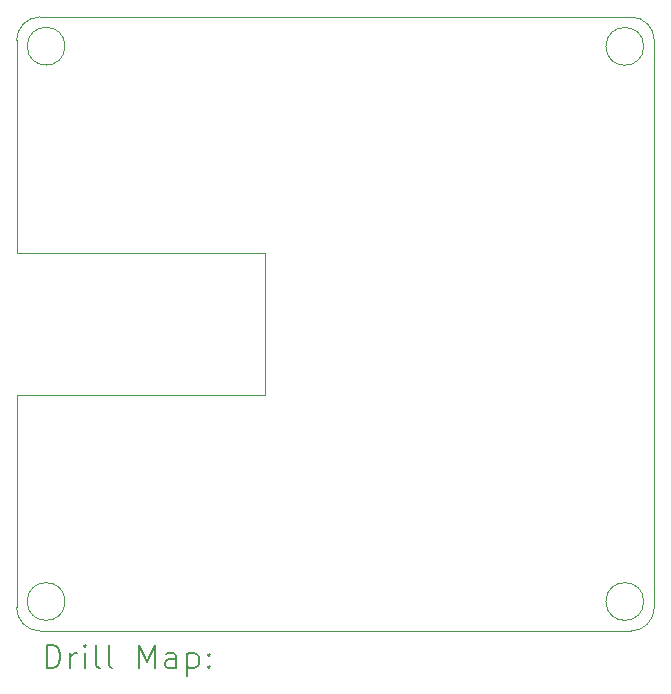
<source format=gbr>
%TF.GenerationSoftware,KiCad,Pcbnew,7.0.10*%
%TF.CreationDate,2024-01-29T00:08:56+11:00*%
%TF.ProjectId,RP2040-TestPatternGenerator,52503230-3430-42d5-9465-737450617474,rev?*%
%TF.SameCoordinates,Original*%
%TF.FileFunction,Drillmap*%
%TF.FilePolarity,Positive*%
%FSLAX45Y45*%
G04 Gerber Fmt 4.5, Leading zero omitted, Abs format (unit mm)*
G04 Created by KiCad (PCBNEW 7.0.10) date 2024-01-29 00:08:56*
%MOMM*%
%LPD*%
G01*
G04 APERTURE LIST*
%ADD10C,0.100000*%
%ADD11C,0.120000*%
%ADD12C,0.200000*%
G04 APERTURE END LIST*
D10*
X11600000Y-11000000D02*
G75*
G03*
X11800000Y-11200000I200000J0D01*
G01*
X16910000Y-6250000D02*
G75*
G03*
X16590000Y-6250000I-160000J0D01*
G01*
X16590000Y-6250000D02*
G75*
G03*
X16910000Y-6250000I160000J0D01*
G01*
X11601200Y-7997900D02*
X11600000Y-8000000D01*
X16800000Y-11200000D02*
X11800000Y-11200000D01*
X17000000Y-6200000D02*
G75*
G03*
X16800000Y-6000000I-200000J0D01*
G01*
X16800000Y-11200000D02*
G75*
G03*
X17000000Y-11000000I0J200000D01*
G01*
X16910000Y-10950000D02*
G75*
G03*
X16590000Y-10950000I-160000J0D01*
G01*
X16590000Y-10950000D02*
G75*
G03*
X16910000Y-10950000I160000J0D01*
G01*
X11800000Y-6000000D02*
X16800000Y-6000000D01*
X11601200Y-9197900D02*
X11600000Y-9200000D01*
X11600000Y-9200000D02*
X11600000Y-11000000D01*
X12010000Y-6248400D02*
G75*
G03*
X11690000Y-6248400I-160000J0D01*
G01*
X11690000Y-6248400D02*
G75*
G03*
X12010000Y-6248400I160000J0D01*
G01*
X11800000Y-6000000D02*
G75*
G03*
X11600000Y-6200000I0J-200000D01*
G01*
X11600000Y-8000000D02*
X11600000Y-6200000D01*
X12010000Y-10950000D02*
G75*
G03*
X11690000Y-10950000I-160000J0D01*
G01*
X11690000Y-10950000D02*
G75*
G03*
X12010000Y-10950000I160000J0D01*
G01*
X17000000Y-6200000D02*
X17000000Y-11000000D01*
D11*
X13701200Y-7997900D02*
X13701200Y-9197900D01*
X11601200Y-7997900D02*
X13701200Y-7997900D01*
X13701200Y-9197900D02*
X11601200Y-9197900D01*
D12*
X11855777Y-11516484D02*
X11855777Y-11316484D01*
X11855777Y-11316484D02*
X11903396Y-11316484D01*
X11903396Y-11316484D02*
X11931967Y-11326008D01*
X11931967Y-11326008D02*
X11951015Y-11345055D01*
X11951015Y-11345055D02*
X11960539Y-11364103D01*
X11960539Y-11364103D02*
X11970062Y-11402198D01*
X11970062Y-11402198D02*
X11970062Y-11430769D01*
X11970062Y-11430769D02*
X11960539Y-11468865D01*
X11960539Y-11468865D02*
X11951015Y-11487912D01*
X11951015Y-11487912D02*
X11931967Y-11506960D01*
X11931967Y-11506960D02*
X11903396Y-11516484D01*
X11903396Y-11516484D02*
X11855777Y-11516484D01*
X12055777Y-11516484D02*
X12055777Y-11383150D01*
X12055777Y-11421246D02*
X12065301Y-11402198D01*
X12065301Y-11402198D02*
X12074824Y-11392674D01*
X12074824Y-11392674D02*
X12093872Y-11383150D01*
X12093872Y-11383150D02*
X12112920Y-11383150D01*
X12179586Y-11516484D02*
X12179586Y-11383150D01*
X12179586Y-11316484D02*
X12170062Y-11326008D01*
X12170062Y-11326008D02*
X12179586Y-11335531D01*
X12179586Y-11335531D02*
X12189110Y-11326008D01*
X12189110Y-11326008D02*
X12179586Y-11316484D01*
X12179586Y-11316484D02*
X12179586Y-11335531D01*
X12303396Y-11516484D02*
X12284348Y-11506960D01*
X12284348Y-11506960D02*
X12274824Y-11487912D01*
X12274824Y-11487912D02*
X12274824Y-11316484D01*
X12408158Y-11516484D02*
X12389110Y-11506960D01*
X12389110Y-11506960D02*
X12379586Y-11487912D01*
X12379586Y-11487912D02*
X12379586Y-11316484D01*
X12636729Y-11516484D02*
X12636729Y-11316484D01*
X12636729Y-11316484D02*
X12703396Y-11459341D01*
X12703396Y-11459341D02*
X12770062Y-11316484D01*
X12770062Y-11316484D02*
X12770062Y-11516484D01*
X12951015Y-11516484D02*
X12951015Y-11411722D01*
X12951015Y-11411722D02*
X12941491Y-11392674D01*
X12941491Y-11392674D02*
X12922443Y-11383150D01*
X12922443Y-11383150D02*
X12884348Y-11383150D01*
X12884348Y-11383150D02*
X12865301Y-11392674D01*
X12951015Y-11506960D02*
X12931967Y-11516484D01*
X12931967Y-11516484D02*
X12884348Y-11516484D01*
X12884348Y-11516484D02*
X12865301Y-11506960D01*
X12865301Y-11506960D02*
X12855777Y-11487912D01*
X12855777Y-11487912D02*
X12855777Y-11468865D01*
X12855777Y-11468865D02*
X12865301Y-11449817D01*
X12865301Y-11449817D02*
X12884348Y-11440293D01*
X12884348Y-11440293D02*
X12931967Y-11440293D01*
X12931967Y-11440293D02*
X12951015Y-11430769D01*
X13046253Y-11383150D02*
X13046253Y-11583150D01*
X13046253Y-11392674D02*
X13065301Y-11383150D01*
X13065301Y-11383150D02*
X13103396Y-11383150D01*
X13103396Y-11383150D02*
X13122443Y-11392674D01*
X13122443Y-11392674D02*
X13131967Y-11402198D01*
X13131967Y-11402198D02*
X13141491Y-11421246D01*
X13141491Y-11421246D02*
X13141491Y-11478388D01*
X13141491Y-11478388D02*
X13131967Y-11497436D01*
X13131967Y-11497436D02*
X13122443Y-11506960D01*
X13122443Y-11506960D02*
X13103396Y-11516484D01*
X13103396Y-11516484D02*
X13065301Y-11516484D01*
X13065301Y-11516484D02*
X13046253Y-11506960D01*
X13227205Y-11497436D02*
X13236729Y-11506960D01*
X13236729Y-11506960D02*
X13227205Y-11516484D01*
X13227205Y-11516484D02*
X13217682Y-11506960D01*
X13217682Y-11506960D02*
X13227205Y-11497436D01*
X13227205Y-11497436D02*
X13227205Y-11516484D01*
X13227205Y-11392674D02*
X13236729Y-11402198D01*
X13236729Y-11402198D02*
X13227205Y-11411722D01*
X13227205Y-11411722D02*
X13217682Y-11402198D01*
X13217682Y-11402198D02*
X13227205Y-11392674D01*
X13227205Y-11392674D02*
X13227205Y-11411722D01*
M02*

</source>
